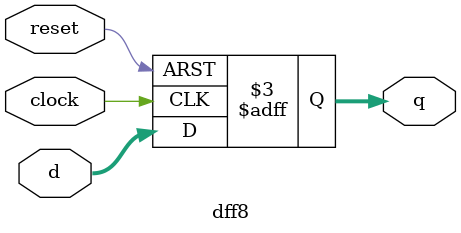
<source format=sv>

module edge_p
	(
		input logic clock,
		input logic signal,
		output logic rising,
		output logic falling
	);
	
	logic[1 : 0] shift;
	
	always_ff @ (posedge clock) begin
		shift = {shift[0], signal};
	end
	
	assign rising = shift[0] & ~shift[1];
	assign falling = shift[1] & ~shift[0];
	
endmodule



module dff_p
  (
    output reg q,
    input d,
    input clock,
    input reset
  );
  
  initial q = 1'b0;
  
  always @ (posedge clock, negedge reset) begin
    if (~reset) begin
      q <= '0;
    end else begin
      q <= d;
    end
  end

endmodule

module sync_p 
	(
		input logic clock,
		input logic reset,
		input logic d,
		output logic q
	);
	logic __q;
	
	always @ (posedge clock) begin
		if (~reset) begin
			__q <= '0;
			q 	<= '0;
		end else begin
			__q <= d;
			q 	<= __q;
		end
	end
	
endmodule

module rs_trig 
	(
		input logic set,
		input logic reset,
		output logic q,
		output logic nq
	);
	
	assign nq = ~q;
	
	always @ (negedge reset, posedge set) begin
		if (~reset) begin
			q <= '0;
		end else if (set) begin
			q <= '1;
		end
	end
	
endmodule


module pulse_p
	#(
		parameter 
			WIDTH = 4,
			ZERO_PULSES = 1'b1
	)
	(
		input logic 					clk_i,
		input logic 					trig_i,
		input logic[WIDTH - 1 : 0] count,
		input logic[WIDTH - 1 : 0] plow,
		input logic[WIDTH - 1 : 0] phi,
		input logic 					idle,
		output logic 					sig_o,
		output logic 					cyc_o
	);
	
		
	
	localparam [1 : 0]
		STATE_IDLE 		= 0,
		STATE_SETUP		= 1,
		STATE_LOW		= 2,
		STATE_HI			= 3;
	
	logic cyc;
	
	logic[1 : 0] 	state = STATE_IDLE, 
						next_state = STATE_IDLE;
	
	always_comb
		state = next_state;
	
	
	logic[WIDTH - 1 : 0] period;
	logic[WIDTH : 0] counter;
	
	
	always_ff @ (posedge clk_i) begin
		case (state)
			STATE_IDLE : begin
				sig_o <= idle;
				period <= '0;
				counter <= '0;
				if (trig_i) begin
					next_state <= STATE_SETUP;
					cyc <= '1;
				end else begin
					cyc <= '0;
				end
			end
			STATE_SETUP : begin
				counter <= (count << 1) + ZERO_PULSES;
				if (idle) begin
					period <= plow;
					next_state <= STATE_LOW;
					sig_o <= '0;
				end else begin
					sig_o <= '1;
					period <= phi;
					next_state <= STATE_HI;
				end
			end
			STATE_LOW : begin
				if (period) begin
					period <= period - 1'b1;
				end else begin
					if (counter) begin
						sig_o <= '1;
						period <= phi;
						counter <= counter - 1'b1;
						next_state <= STATE_HI;
					end else begin
						next_state <= STATE_IDLE;
					end
				end
			end
			STATE_HI : begin
				if (period) begin
					period <= period - 1'b1;
				end else begin
					if (counter) begin
						sig_o <= '0;
						period <= plow;
						counter <= counter - 1'b1;
						next_state <= STATE_LOW;
					end else begin
						next_state <= STATE_IDLE;
					end
				end
			end
		endcase
	end
	
	assign cyc_o = cyc | trig_i;
	
endmodule



module counter_4bit 
	(
		input logic clock,
		input logic[3 : 0] count,
		input logic reset,
		output logic compare,
		output logic[3 : 0] current
	);
	
	logic[3 : 0] counter;
	assign current = counter;
	assign compare = (counter >= count) ? '1 : '0;
	
	always_ff @ (posedge clock, negedge reset) begin
		if (~reset) begin
			counter = '0;
		end else if (counter < count) begin
			counter = counter + 1'b1;
		end 
	end
	
endmodule 

module counter_8bit
	(
		input logic clock,
		input logic[7 : 0] count,
		input logic reset,
		output logic compare,
		output logic[7 : 0] current
		
	);
	
	logic compare_low;
	logic compare_hi;
	
	assign compare = compare_low & compare_hi;
	
	counter_4bit counter_low
		(
			.clock(clock),
			.reset(reset),
			.count(count[3 : 0]),
			.compare(compare_low),
			.current(current[3 : 0])
		);
		
	counter_4bit counter_hi
		(
			.clock(compare_low),
			.reset(reset),
			.count(count[7 : 4]),
			.compare(compare_hi),
			.current(current[7 : 4])
		);	
	
endmodule

module counter_16bit
	(
		input logic clock,
		input logic[15 : 0] count,
		input logic reset,
		output logic compare,
		output logic[15 : 0] current
	);
	
	logic compare_low;
	logic compare_hi;
	
	assign compare = compare_low & compare_hi;
	
	counter_8bit counter_low
		(
			.clock(clock),
			.count(count[7 : 0]),
			.reset(reset),
			.compare(compare_low),
			.current(current[7 : 0])
		);
		
	counter_8bit counter_hi
		(
			.clock(compare_low),
			.count(count[15 : 8]),
			.reset(reset),
			.compare(compare_hi),
			.current(current[15 : 8])
		);
	
endmodule

module counter_p
	#(
		parameter WIDTH = 8
	)
  (
    input logic clock,
    input logic[WIDTH - 1 : 0] compare,
    input logic reset,
    output logic signal,
	output logic[WIDTH - 1 : 0] current
  );
    
  logic[WIDTH - 1 : 0] count = '0;
  
  always_comb current = count;
  
  always_comb begin
		if (count >= compare) begin
			signal = '1;
		end else begin
			signal = '0;
		end
  end
  
  always @ (posedge clock, negedge reset) begin
    if (~reset) 
      count = '0;
    else if (count < compare)
        count = count + 1'b1;
  end
  
endmodule

module mux_2to1
	(
		input logic[1 : 0] in,
		input logic select,
		output logic out
	);
	
	assign out = (select ? in[1] : in[0]);
	
endmodule

module mux_4to1
	(
		input logic[3 : 0] in,
		input logic[1 : 0] select,
		output logic out
	);
	
	always_comb begin
		case (select)
			2'd0 : out = in[0];
			2'd1 : out = in[1];
			2'd2 : out = in[2];
			2'd3 : out = in[3];
		endcase 
	end 
	
endmodule

module mux_8to1
	(
		input logic[7 : 0] in,
		input logic[2 : 0] select,
		output logic out
	);

	logic out_1, out_2;
	
	mux_4to1 mux_1
		(
			.in(in[3 : 0]),
			.select(select[1 : 0]),
			.out(out_1)
		);
		
	mux_4to1 mux_2
		(
			.in(in[7 : 4]),
			.select(select[1 : 0]),
			.out(out_2)
		);
		
	mux_2to1 mux_out
		(
			.in( {out_2, out_1} ),
			.select(select[2]),
			.out(out)
		);
		
	
endmodule

module mux_16to1
	(
		input logic[15 : 0] in,
		input logic[3 : 0] select,
		output logic out
	);
	
	logic out_1, out_2;
	
	mux_8to1 mux_1
		(
			.in(in[7 : 0]),
			.select(select[2 : 0]),
			.out(out_1)
		);
		
	mux_8to1 mux_2
		(
			.in(in[15 : 8]),
			.select(select[2 : 0]),
			.out(out_2)
		);	
		
	mux_2to1 mux_out
		(
			.in( {out_2, out_1} ),
			.select(select[3]),
			.out(out)
		);
	
endmodule

module mux_32to1
	(
		input logic[31 : 0] in,
		input logic[4 : 0] select,
		output logic out
	);
	
	logic out_1, out_2;
	
	mux_16to1 mux_1
		(
			.in(in[15 : 0]),
			.select(select[3 : 0]),
			.out(out_1)
		);
		
	mux_16to1 mux_2
		(
			.in(in[31 : 16]),
			.select(select[3 : 0]),
			.out(out_2)
		);	
		
	mux_2to1 mux_out
		(
			.in( {out_2, out_1} ),
			.select(select[4]),
			.out(out)
		);
	
endmodule


module delay
	(
		input logic clock,
		input logic enable,
		input logic in,
		output logic out
	);
	
	parameter 
		WIDTH		= 4'd9,
		INITIAL	= '1;
		
		
	logic[WIDTH - 1 : 0] __data;
	
	always @ (posedge clock) begin
		
		__data = {__data[WIDTH - 1 : 0], in};
		
		if (enable) begin
			out = __data[WIDTH - 1];
		end else begin 
			out = INITIAL;
			__data = INITIAL;
		end
	end

endmodule

module dff8
	(
		input logic clock,
		input logic reset,
		input logic[7 : 0]d, 
		output logic[7 : 0]q
	);
	
	always @ (posedge clock, negedge reset) begin
		if (~reset) begin
			q = '0;
		end else begin
			q = d;
		end
	end
	
endmodule







</source>
